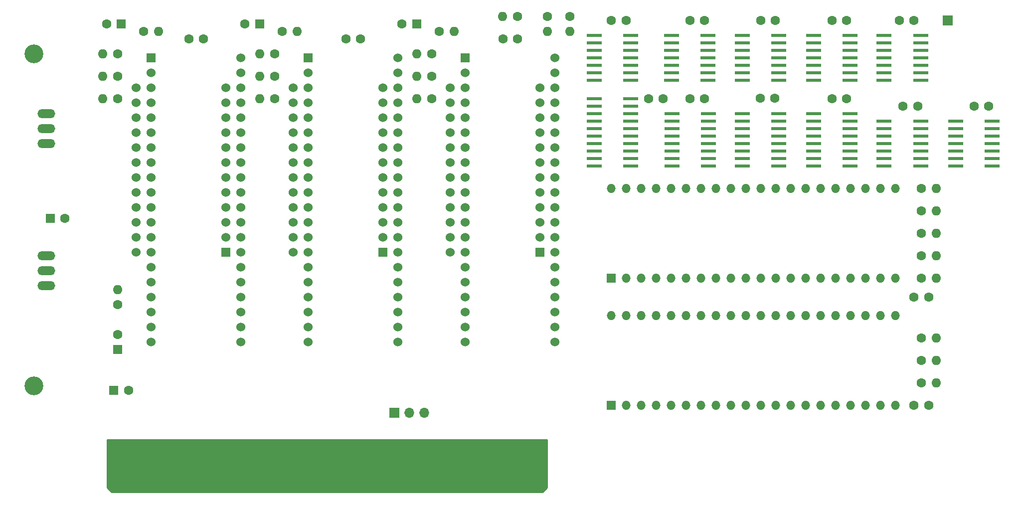
<source format=gbr>
G04 #@! TF.GenerationSoftware,KiCad,Pcbnew,(5.1.8)-1*
G04 #@! TF.CreationDate,2021-07-09T23:37:54+09:00*
G04 #@! TF.ProjectId,L3PSG6n9,4c335053-4736-46e3-992e-6b696361645f,0.2*
G04 #@! TF.SameCoordinates,PX1059ca8PY83885d0*
G04 #@! TF.FileFunction,Soldermask,Top*
G04 #@! TF.FilePolarity,Negative*
%FSLAX46Y46*%
G04 Gerber Fmt 4.6, Leading zero omitted, Abs format (unit mm)*
G04 Created by KiCad (PCBNEW (5.1.8)-1) date 2021-07-09 23:37:54*
%MOMM*%
%LPD*%
G01*
G04 APERTURE LIST*
%ADD10R,1.524000X1.524000*%
%ADD11O,1.524000X1.524000*%
%ADD12R,2.600000X0.600000*%
%ADD13C,1.600000*%
%ADD14R,1.700000X1.700000*%
%ADD15R,1.600000X1.600000*%
%ADD16C,1.524000*%
%ADD17O,1.600000X1.600000*%
%ADD18O,1.700000X1.700000*%
%ADD19O,3.010000X1.510000*%
%ADD20C,3.200000*%
%ADD21C,0.254000*%
%ADD22C,0.100000*%
G04 APERTURE END LIST*
D10*
X103505000Y14732000D03*
D11*
X151765000Y29972000D03*
X106045000Y14732000D03*
X149225000Y29972000D03*
X108585000Y14732000D03*
X146685000Y29972000D03*
X111125000Y14732000D03*
X144145000Y29972000D03*
X113665000Y14732000D03*
X141605000Y29972000D03*
X116205000Y14732000D03*
X139065000Y29972000D03*
X118745000Y14732000D03*
X136525000Y29972000D03*
X121285000Y14732000D03*
X133985000Y29972000D03*
X123825000Y14732000D03*
X131445000Y29972000D03*
X126365000Y14732000D03*
X128905000Y29972000D03*
X128905000Y14732000D03*
X126365000Y29972000D03*
X131445000Y14732000D03*
X123825000Y29972000D03*
X133985000Y14732000D03*
X121285000Y29972000D03*
X136525000Y14732000D03*
X118745000Y29972000D03*
X139065000Y14732000D03*
X116205000Y29972000D03*
X141605000Y14732000D03*
X113665000Y29972000D03*
X144145000Y14732000D03*
X111125000Y29972000D03*
X146685000Y14732000D03*
X108585000Y29972000D03*
X149225000Y14732000D03*
X106045000Y29972000D03*
X151765000Y14732000D03*
X103505000Y29972000D03*
D12*
X125805000Y69977000D03*
X132005000Y69977000D03*
X125805000Y71247000D03*
X132005000Y71247000D03*
X125805000Y72517000D03*
X132005000Y72517000D03*
X125805000Y73787000D03*
X132005000Y73787000D03*
X125805000Y75057000D03*
X132005000Y75057000D03*
X125805000Y76327000D03*
X132005000Y76327000D03*
X125805000Y77597000D03*
X132005000Y77597000D03*
D13*
X131405000Y80137000D03*
X128905000Y80137000D03*
D14*
X160655000Y80137000D03*
D10*
X103505000Y36322000D03*
D11*
X151765000Y51562000D03*
X106045000Y36322000D03*
X149225000Y51562000D03*
X108585000Y36322000D03*
X146685000Y51562000D03*
X111125000Y36322000D03*
X144145000Y51562000D03*
X113665000Y36322000D03*
X141605000Y51562000D03*
X116205000Y36322000D03*
X139065000Y51562000D03*
X118745000Y36322000D03*
X136525000Y51562000D03*
X121285000Y36322000D03*
X133985000Y51562000D03*
X123825000Y36322000D03*
X131445000Y51562000D03*
X126365000Y36322000D03*
X128905000Y51562000D03*
X128905000Y36322000D03*
X126365000Y51562000D03*
X131445000Y36322000D03*
X123825000Y51562000D03*
X133985000Y36322000D03*
X121285000Y51562000D03*
X136525000Y36322000D03*
X118745000Y51562000D03*
X139065000Y36322000D03*
X116205000Y51562000D03*
X141605000Y36322000D03*
X113665000Y51562000D03*
X144145000Y36322000D03*
X111125000Y51562000D03*
X146685000Y36322000D03*
X108585000Y51562000D03*
X149225000Y36322000D03*
X106045000Y51562000D03*
X151765000Y36322000D03*
X103505000Y51562000D03*
D12*
X113740000Y69977000D03*
X119940000Y69977000D03*
X113740000Y71247000D03*
X119940000Y71247000D03*
X113740000Y72517000D03*
X119940000Y72517000D03*
X113740000Y73787000D03*
X119940000Y73787000D03*
X113740000Y75057000D03*
X119940000Y75057000D03*
X113740000Y76327000D03*
X119940000Y76327000D03*
X113740000Y77597000D03*
X119940000Y77597000D03*
X149860000Y69977000D03*
X156060000Y69977000D03*
X149860000Y71247000D03*
X156060000Y71247000D03*
X149860000Y72517000D03*
X156060000Y72517000D03*
X149860000Y73787000D03*
X156060000Y73787000D03*
X149860000Y75057000D03*
X156060000Y75057000D03*
X149860000Y76327000D03*
X156060000Y76327000D03*
X149860000Y77597000D03*
X156060000Y77597000D03*
X149860000Y55372000D03*
X156060000Y55372000D03*
X149860000Y56642000D03*
X156060000Y56642000D03*
X149860000Y57912000D03*
X156060000Y57912000D03*
X149860000Y59182000D03*
X156060000Y59182000D03*
X149860000Y60452000D03*
X156060000Y60452000D03*
X149860000Y61722000D03*
X156060000Y61722000D03*
X149860000Y62992000D03*
X156060000Y62992000D03*
X162000000Y55372000D03*
X168200000Y55372000D03*
X162000000Y56642000D03*
X168200000Y56642000D03*
X162000000Y57912000D03*
X168200000Y57912000D03*
X162000000Y59182000D03*
X168200000Y59182000D03*
X162000000Y60452000D03*
X168200000Y60452000D03*
X162000000Y61722000D03*
X168200000Y61722000D03*
X162000000Y62992000D03*
X168200000Y62992000D03*
X137870000Y69977000D03*
X144070000Y69977000D03*
X137870000Y71247000D03*
X144070000Y71247000D03*
X137870000Y72517000D03*
X144070000Y72517000D03*
X137870000Y73787000D03*
X144070000Y73787000D03*
X137870000Y75057000D03*
X144070000Y75057000D03*
X137870000Y76327000D03*
X144070000Y76327000D03*
X137870000Y77597000D03*
X144070000Y77597000D03*
X137870000Y55372000D03*
X144070000Y55372000D03*
X137870000Y56642000D03*
X144070000Y56642000D03*
X137870000Y57912000D03*
X144070000Y57912000D03*
X137870000Y59182000D03*
X144070000Y59182000D03*
X137870000Y60452000D03*
X144070000Y60452000D03*
X137870000Y61722000D03*
X144070000Y61722000D03*
X137870000Y62992000D03*
X144070000Y62992000D03*
X137870000Y64262000D03*
X144070000Y64262000D03*
X100659000Y69977000D03*
X106859000Y69977000D03*
X100659000Y71247000D03*
X106859000Y71247000D03*
X100659000Y72517000D03*
X106859000Y72517000D03*
X100659000Y73787000D03*
X106859000Y73787000D03*
X100659000Y75057000D03*
X106859000Y75057000D03*
X100659000Y76327000D03*
X106859000Y76327000D03*
X100659000Y77597000D03*
X106859000Y77597000D03*
X100607000Y55372000D03*
X106807000Y55372000D03*
X100607000Y56642000D03*
X106807000Y56642000D03*
X100607000Y57912000D03*
X106807000Y57912000D03*
X100607000Y59182000D03*
X106807000Y59182000D03*
X100607000Y60452000D03*
X106807000Y60452000D03*
X100607000Y61722000D03*
X106807000Y61722000D03*
X100607000Y62992000D03*
X106807000Y62992000D03*
X100607000Y64262000D03*
X106807000Y64262000D03*
X100607000Y65532000D03*
X106807000Y65532000D03*
X100607000Y66802000D03*
X106807000Y66802000D03*
X125805000Y55372000D03*
X132005000Y55372000D03*
X125805000Y56642000D03*
X132005000Y56642000D03*
X125805000Y57912000D03*
X132005000Y57912000D03*
X125805000Y59182000D03*
X132005000Y59182000D03*
X125805000Y60452000D03*
X132005000Y60452000D03*
X125805000Y61722000D03*
X132005000Y61722000D03*
X125805000Y62992000D03*
X132005000Y62992000D03*
X125805000Y64262000D03*
X132005000Y64262000D03*
X113815000Y55372000D03*
X120015000Y55372000D03*
X113815000Y56642000D03*
X120015000Y56642000D03*
X113815000Y57912000D03*
X120015000Y57912000D03*
X113815000Y59182000D03*
X120015000Y59182000D03*
X113815000Y60452000D03*
X120015000Y60452000D03*
X113815000Y61722000D03*
X120015000Y61722000D03*
X113815000Y62992000D03*
X120015000Y62992000D03*
X113815000Y64262000D03*
X120015000Y64262000D03*
D15*
X19050000Y17272000D03*
D13*
X21550000Y17272000D03*
D16*
X76200000Y40767000D03*
X76200000Y43307000D03*
X76200000Y45847000D03*
X76200000Y48387000D03*
X76200000Y50927000D03*
X76200000Y53467000D03*
X76200000Y56007000D03*
X76200000Y58547000D03*
X76200000Y61087000D03*
X76200000Y63627000D03*
X76200000Y66167000D03*
X76200000Y68707000D03*
X91440000Y68707000D03*
X91440000Y66167000D03*
X91440000Y63627000D03*
X91440000Y61087000D03*
X91440000Y58547000D03*
X91440000Y56007000D03*
X91440000Y53467000D03*
X91440000Y50927000D03*
X91440000Y48387000D03*
X91440000Y45847000D03*
X91440000Y43307000D03*
D10*
X91440000Y40767000D03*
D16*
X93980000Y73787000D03*
X93980000Y71247000D03*
X93980000Y68707000D03*
X93980000Y66167000D03*
X93980000Y63627000D03*
X93980000Y61087000D03*
X93980000Y58547000D03*
X93980000Y56007000D03*
X93980000Y53467000D03*
X93980000Y50927000D03*
X93980000Y48387000D03*
X93980000Y45847000D03*
X93980000Y43307000D03*
X93980000Y40767000D03*
X93980000Y38227000D03*
X93980000Y35687000D03*
X93980000Y33147000D03*
X93980000Y30607000D03*
X93980000Y28067000D03*
X93980000Y25527000D03*
X78740000Y25527000D03*
X78740000Y28067000D03*
X78740000Y30607000D03*
X78740000Y33147000D03*
X78740000Y35687000D03*
X78740000Y38227000D03*
X78740000Y40767000D03*
X78740000Y43307000D03*
X78740000Y45847000D03*
X78740000Y48387000D03*
X78740000Y50927000D03*
X78740000Y53467000D03*
X78740000Y56007000D03*
X78740000Y58547000D03*
X78740000Y61087000D03*
X78740000Y63627000D03*
X78740000Y66167000D03*
X78740000Y68707000D03*
X78740000Y71247000D03*
D10*
X78740000Y73787000D03*
D16*
X49530000Y40767000D03*
X49530000Y43307000D03*
X49530000Y45847000D03*
X49530000Y48387000D03*
X49530000Y50927000D03*
X49530000Y53467000D03*
X49530000Y56007000D03*
X49530000Y58547000D03*
X49530000Y61087000D03*
X49530000Y63627000D03*
X49530000Y66167000D03*
X49530000Y68707000D03*
X64770000Y68707000D03*
X64770000Y66167000D03*
X64770000Y63627000D03*
X64770000Y61087000D03*
X64770000Y58547000D03*
X64770000Y56007000D03*
X64770000Y53467000D03*
X64770000Y50927000D03*
X64770000Y48387000D03*
X64770000Y45847000D03*
X64770000Y43307000D03*
D10*
X64770000Y40767000D03*
D16*
X67310000Y73787000D03*
X67310000Y71247000D03*
X67310000Y68707000D03*
X67310000Y66167000D03*
X67310000Y63627000D03*
X67310000Y61087000D03*
X67310000Y58547000D03*
X67310000Y56007000D03*
X67310000Y53467000D03*
X67310000Y50927000D03*
X67310000Y48387000D03*
X67310000Y45847000D03*
X67310000Y43307000D03*
X67310000Y40767000D03*
X67310000Y38227000D03*
X67310000Y35687000D03*
X67310000Y33147000D03*
X67310000Y30607000D03*
X67310000Y28067000D03*
X67310000Y25527000D03*
X52070000Y25527000D03*
X52070000Y28067000D03*
X52070000Y30607000D03*
X52070000Y33147000D03*
X52070000Y35687000D03*
X52070000Y38227000D03*
X52070000Y40767000D03*
X52070000Y43307000D03*
X52070000Y45847000D03*
X52070000Y48387000D03*
X52070000Y50927000D03*
X52070000Y53467000D03*
X52070000Y56007000D03*
X52070000Y58547000D03*
X52070000Y61087000D03*
X52070000Y63627000D03*
X52070000Y66167000D03*
X52070000Y68707000D03*
X52070000Y71247000D03*
D10*
X52070000Y73787000D03*
D16*
X22860000Y40767000D03*
X22860000Y43307000D03*
X22860000Y45847000D03*
X22860000Y48387000D03*
X22860000Y50927000D03*
X22860000Y53467000D03*
X22860000Y56007000D03*
X22860000Y58547000D03*
X22860000Y61087000D03*
X22860000Y63627000D03*
X22860000Y66167000D03*
X22860000Y68707000D03*
X38100000Y68707000D03*
X38100000Y66167000D03*
X38100000Y63627000D03*
X38100000Y61087000D03*
X38100000Y58547000D03*
X38100000Y56007000D03*
X38100000Y53467000D03*
X38100000Y50927000D03*
X38100000Y48387000D03*
X38100000Y45847000D03*
X38100000Y43307000D03*
D10*
X38100000Y40767000D03*
D16*
X40640000Y73787000D03*
X40640000Y71247000D03*
X40640000Y68707000D03*
X40640000Y66167000D03*
X40640000Y63627000D03*
X40640000Y61087000D03*
X40640000Y58547000D03*
X40640000Y56007000D03*
X40640000Y53467000D03*
X40640000Y50927000D03*
X40640000Y48387000D03*
X40640000Y45847000D03*
X40640000Y43307000D03*
X40640000Y40767000D03*
X40640000Y38227000D03*
X40640000Y35687000D03*
X40640000Y33147000D03*
X40640000Y30607000D03*
X40640000Y28067000D03*
X40640000Y25527000D03*
X25400000Y25527000D03*
X25400000Y28067000D03*
X25400000Y30607000D03*
X25400000Y33147000D03*
X25400000Y35687000D03*
X25400000Y38227000D03*
X25400000Y40767000D03*
X25400000Y43307000D03*
X25400000Y45847000D03*
X25400000Y48387000D03*
X25400000Y50927000D03*
X25400000Y53467000D03*
X25400000Y56007000D03*
X25400000Y58547000D03*
X25400000Y61087000D03*
X25400000Y63627000D03*
X25400000Y66167000D03*
X25400000Y68707000D03*
X25400000Y71247000D03*
D10*
X25400000Y73787000D03*
D13*
X96520000Y80772000D03*
D17*
X96520000Y78232000D03*
D13*
X92710000Y80772000D03*
D17*
X92710000Y78232000D03*
D13*
X19685000Y31877000D03*
D17*
X19685000Y34417000D03*
D13*
X74295000Y78232000D03*
D17*
X76835000Y78232000D03*
D13*
X47625000Y78232000D03*
D17*
X50165000Y78232000D03*
D13*
X24130000Y78232000D03*
D17*
X26670000Y78232000D03*
D13*
X73025000Y66802000D03*
D17*
X70485000Y66802000D03*
D13*
X73025000Y74422000D03*
D17*
X70485000Y74422000D03*
D13*
X73025000Y70612000D03*
D17*
X70485000Y70612000D03*
D13*
X46355000Y66802000D03*
D17*
X43815000Y66802000D03*
D13*
X46355000Y74422000D03*
D17*
X43815000Y74422000D03*
D13*
X46355000Y70612000D03*
D17*
X43815000Y70612000D03*
D13*
X19685000Y66802000D03*
D17*
X17145000Y66802000D03*
D13*
X19685000Y74422000D03*
D17*
X17145000Y74422000D03*
D13*
X19685000Y70612000D03*
D17*
X17145000Y70612000D03*
D13*
X156210000Y51562000D03*
D17*
X158750000Y51562000D03*
D13*
X156210000Y47752000D03*
D17*
X158750000Y47752000D03*
D13*
X156210000Y43942000D03*
D17*
X158750000Y43942000D03*
D13*
X156210000Y40132000D03*
D17*
X158750000Y40132000D03*
D13*
X156210000Y36322000D03*
D17*
X158750000Y36322000D03*
D13*
X156210000Y18542000D03*
D17*
X158750000Y18542000D03*
D13*
X156210000Y22352000D03*
D17*
X158750000Y22352000D03*
D13*
X156210000Y26162000D03*
D17*
X158750000Y26162000D03*
D13*
X87630000Y80772000D03*
D17*
X85090000Y80772000D03*
D14*
X66675000Y13462000D03*
D18*
X69215000Y13462000D03*
X71755000Y13462000D03*
D15*
X19685000Y24257000D03*
D13*
X19685000Y26757000D03*
D15*
X70485000Y79502000D03*
D13*
X67985000Y79502000D03*
D15*
X43815000Y79502000D03*
D13*
X41315000Y79502000D03*
D15*
X20320000Y79502000D03*
D13*
X17820000Y79502000D03*
D15*
X8255000Y46482000D03*
D13*
X10755000Y46482000D03*
X119380000Y80137000D03*
X116880000Y80137000D03*
X154940000Y80137000D03*
X152440000Y80137000D03*
X155575000Y65532000D03*
X153075000Y65532000D03*
X167640000Y65532000D03*
X165140000Y65532000D03*
X143510000Y80137000D03*
X141010000Y80137000D03*
X143510000Y66802000D03*
X141010000Y66802000D03*
X106045000Y80137000D03*
X103545000Y80137000D03*
X109855000Y66802000D03*
X112355000Y66802000D03*
X131318000Y66929000D03*
X128818000Y66929000D03*
X119380000Y66802000D03*
X116880000Y66802000D03*
X154940000Y33147000D03*
X157440000Y33147000D03*
X154940000Y14732000D03*
X157440000Y14732000D03*
X87630000Y76962000D03*
X85130000Y76962000D03*
X60960000Y76962000D03*
X58460000Y76962000D03*
X34290000Y76962000D03*
X31790000Y76962000D03*
D19*
X7620000Y40132000D03*
X7620000Y37592000D03*
X7620000Y35052000D03*
X7620000Y64262000D03*
X7620000Y61722000D03*
X7620000Y59182000D03*
D20*
X5461000Y18034000D03*
X5461000Y74422000D03*
D21*
X92583000Y762000D02*
X91821000Y0D01*
X18669000Y0D01*
X17907000Y762000D01*
X17907000Y8890000D01*
X92583000Y8890000D01*
X92583000Y762000D01*
D22*
G36*
X92583000Y762000D02*
G01*
X91821000Y0D01*
X18669000Y0D01*
X17907000Y762000D01*
X17907000Y8890000D01*
X92583000Y8890000D01*
X92583000Y762000D01*
G37*
M02*

</source>
